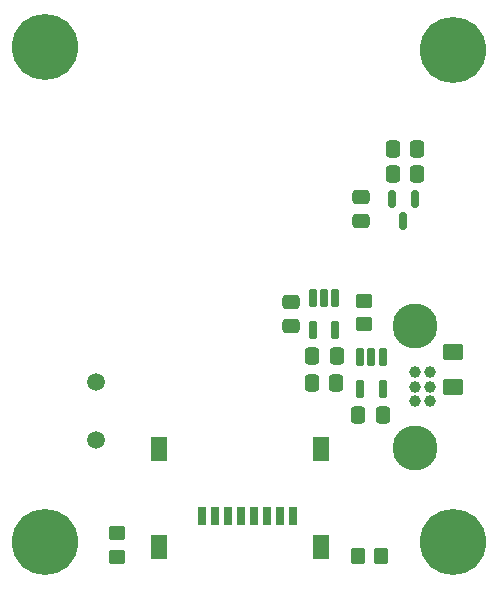
<source format=gbs>
G04 #@! TF.GenerationSoftware,KiCad,Pcbnew,8.0.9-8.0.9-0~ubuntu24.04.1*
G04 #@! TF.CreationDate,2025-06-07T19:12:40-04:00*
G04 #@! TF.ProjectId,Sensor Board,53656e73-6f72-4204-926f-6172642e6b69,rev?*
G04 #@! TF.SameCoordinates,Original*
G04 #@! TF.FileFunction,Soldermask,Bot*
G04 #@! TF.FilePolarity,Negative*
%FSLAX46Y46*%
G04 Gerber Fmt 4.6, Leading zero omitted, Abs format (unit mm)*
G04 Created by KiCad (PCBNEW 8.0.9-8.0.9-0~ubuntu24.04.1) date 2025-06-07 19:12:40*
%MOMM*%
%LPD*%
G01*
G04 APERTURE LIST*
G04 Aperture macros list*
%AMRoundRect*
0 Rectangle with rounded corners*
0 $1 Rounding radius*
0 $2 $3 $4 $5 $6 $7 $8 $9 X,Y pos of 4 corners*
0 Add a 4 corners polygon primitive as box body*
4,1,4,$2,$3,$4,$5,$6,$7,$8,$9,$2,$3,0*
0 Add four circle primitives for the rounded corners*
1,1,$1+$1,$2,$3*
1,1,$1+$1,$4,$5*
1,1,$1+$1,$6,$7*
1,1,$1+$1,$8,$9*
0 Add four rect primitives between the rounded corners*
20,1,$1+$1,$2,$3,$4,$5,0*
20,1,$1+$1,$4,$5,$6,$7,0*
20,1,$1+$1,$6,$7,$8,$9,0*
20,1,$1+$1,$8,$9,$2,$3,0*%
G04 Aperture macros list end*
%ADD10C,3.800000*%
%ADD11C,1.000000*%
%ADD12C,5.600000*%
%ADD13C,1.500000*%
%ADD14RoundRect,0.162500X-0.162500X0.617500X-0.162500X-0.617500X0.162500X-0.617500X0.162500X0.617500X0*%
%ADD15RoundRect,0.250000X0.337500X0.475000X-0.337500X0.475000X-0.337500X-0.475000X0.337500X-0.475000X0*%
%ADD16RoundRect,0.250000X0.475000X-0.337500X0.475000X0.337500X-0.475000X0.337500X-0.475000X-0.337500X0*%
%ADD17RoundRect,0.250000X0.350000X0.450000X-0.350000X0.450000X-0.350000X-0.450000X0.350000X-0.450000X0*%
%ADD18R,0.800000X1.500000*%
%ADD19R,1.450000X2.000000*%
%ADD20RoundRect,0.250001X0.624999X-0.462499X0.624999X0.462499X-0.624999X0.462499X-0.624999X-0.462499X0*%
%ADD21RoundRect,0.250000X0.450000X-0.350000X0.450000X0.350000X-0.450000X0.350000X-0.450000X-0.350000X0*%
%ADD22RoundRect,0.150000X-0.150000X0.587500X-0.150000X-0.587500X0.150000X-0.587500X0.150000X0.587500X0*%
G04 APERTURE END LIST*
D10*
X216789000Y-92342000D03*
X216789000Y-82042000D03*
D11*
X216789000Y-85942000D03*
X216789000Y-87192000D03*
X216789000Y-88442000D03*
X218039000Y-85942000D03*
X218039000Y-87192000D03*
X218039000Y-88442000D03*
D12*
X219964000Y-58674000D03*
X185420000Y-58420000D03*
X185420000Y-100330000D03*
X219964000Y-100330000D03*
D13*
X189720000Y-86831500D03*
X189720000Y-91711500D03*
D14*
X208117400Y-79650600D03*
X209067400Y-79650600D03*
X210017400Y-79650600D03*
X210017400Y-82350600D03*
X208117400Y-82350600D03*
D15*
X216937500Y-67056000D03*
X214862500Y-67056000D03*
D16*
X212217000Y-73173500D03*
X212217000Y-71098500D03*
X206248000Y-82085100D03*
X206248000Y-80010100D03*
D17*
X213902800Y-101498400D03*
X211902800Y-101498400D03*
D15*
X214012600Y-89611200D03*
X211937600Y-89611200D03*
X210108800Y-84632800D03*
X208033800Y-84632800D03*
D18*
X198708000Y-98156000D03*
X199808000Y-98156000D03*
X200918000Y-98156000D03*
X202008000Y-98156000D03*
X203108000Y-98146000D03*
X204208000Y-98156000D03*
X205308000Y-98156000D03*
X206408000Y-98156000D03*
D19*
X208788000Y-100756000D03*
X208788000Y-92456000D03*
X195038000Y-100756000D03*
X195038000Y-92456000D03*
D15*
X210079500Y-86868000D03*
X208004500Y-86868000D03*
D20*
X219964000Y-87212500D03*
X219964000Y-84237500D03*
D14*
X212105200Y-84705200D03*
X213055200Y-84705200D03*
X214005200Y-84705200D03*
X214005200Y-87405200D03*
X212105200Y-87405200D03*
D21*
X191516000Y-101584000D03*
X191516000Y-99584000D03*
D15*
X216937500Y-69215000D03*
X214862500Y-69215000D03*
D21*
X212471000Y-81915000D03*
X212471000Y-79915000D03*
D22*
X214823000Y-71277000D03*
X216723000Y-71277000D03*
X215773000Y-73152000D03*
M02*

</source>
